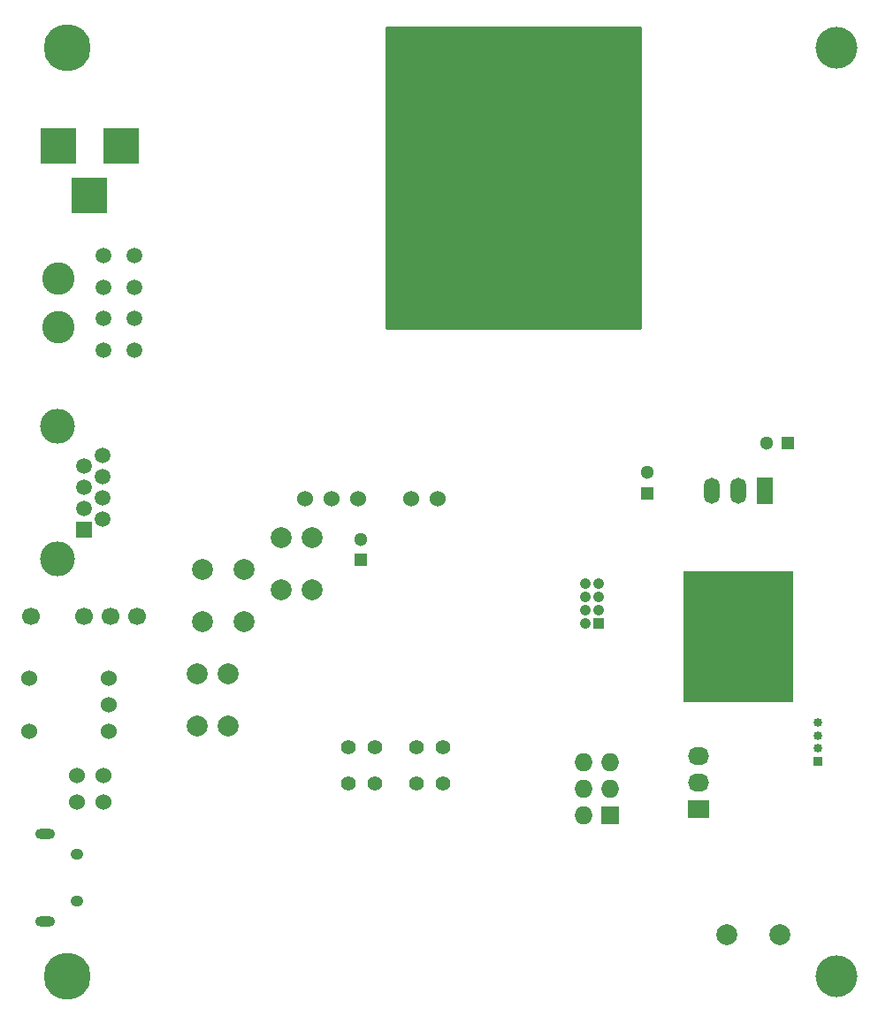
<source format=gbs>
G04 #@! TF.FileFunction,Soldermask,Bot*
%FSLAX46Y46*%
G04 Gerber Fmt 4.6, Leading zero omitted, Abs format (unit mm)*
G04 Created by KiCad (PCBNEW 4.0.4-stable) date 11/30/16 20:12:39*
%MOMM*%
%LPD*%
G01*
G04 APERTURE LIST*
%ADD10C,0.150000*%
%ADD11R,1.300000X1.300000*%
%ADD12C,1.300000*%
%ADD13R,3.500120X3.500120*%
%ADD14C,1.524000*%
%ADD15R,1.727200X1.727200*%
%ADD16O,1.727200X1.727200*%
%ADD17O,1.900000X1.000000*%
%ADD18O,1.250000X1.050000*%
%ADD19R,10.500000X12.500000*%
%ADD20O,1.501140X2.499360*%
%ADD21R,1.501140X2.499360*%
%ADD22C,5.080000*%
%ADD23R,0.850000X0.850000*%
%ADD24C,0.850000*%
%ADD25R,2.032000X1.727200*%
%ADD26O,2.032000X1.727200*%
%ADD27C,1.998980*%
%ADD28C,3.100000*%
%ADD29C,1.500000*%
%ADD30C,1.400000*%
%ADD31C,4.500000*%
%ADD32C,3.330000*%
%ADD33R,1.500000X1.500000*%
%ADD34C,4.000000*%
%ADD35R,1.050000X1.050000*%
%ADD36C,1.050000*%
%ADD37C,1.700000*%
%ADD38C,0.254000*%
G04 APERTURE END LIST*
D10*
D11*
X224090000Y-83230000D03*
D12*
X224090000Y-81230000D03*
D13*
X173700140Y-50000000D03*
X167700660Y-50000000D03*
X170700400Y-54699000D03*
D14*
X204000000Y-83730000D03*
X201460000Y-83730000D03*
X196380000Y-83730000D03*
X193840000Y-83730000D03*
X191300000Y-83730000D03*
X169440000Y-110280000D03*
X169440000Y-112820000D03*
X171980000Y-110280000D03*
X171980000Y-112820000D03*
D15*
X220540000Y-114040000D03*
D16*
X218000000Y-114040000D03*
X220540000Y-111500000D03*
X218000000Y-111500000D03*
X220540000Y-108960000D03*
X218000000Y-108960000D03*
D17*
X166450000Y-115825000D03*
X166450000Y-124175000D03*
D18*
X169450000Y-117775000D03*
X169450000Y-122225000D03*
D19*
X232800000Y-96964000D03*
D20*
X232800000Y-83000000D03*
D21*
X235340000Y-83000000D03*
D20*
X230260000Y-83000000D03*
D22*
X232800000Y-99750000D03*
D14*
X164880000Y-100960000D03*
X164880000Y-106040000D03*
X172500000Y-106040000D03*
X172500000Y-103500000D03*
X172500000Y-100960000D03*
D23*
X240400000Y-108900000D03*
D24*
X240400000Y-107650000D03*
X240400000Y-106400000D03*
X240400000Y-105150000D03*
D25*
X229000000Y-113500000D03*
D26*
X229000000Y-110960000D03*
X229000000Y-108420000D03*
D27*
X181000000Y-105499360D03*
X181000000Y-100498100D03*
X189000000Y-92499360D03*
X189000000Y-87498100D03*
X184000000Y-100500640D03*
X184000000Y-105501900D03*
X192000000Y-92499360D03*
X192000000Y-87498100D03*
X185500000Y-90500640D03*
X185500000Y-95501900D03*
X181500000Y-90500640D03*
X181500000Y-95501900D03*
D28*
X167680000Y-67340000D03*
D29*
X175000000Y-69500000D03*
X172000000Y-69500000D03*
X172000000Y-66500000D03*
X175000000Y-66500000D03*
X175000000Y-63500000D03*
X172000000Y-63500000D03*
X175000000Y-60500000D03*
X172000000Y-60500000D03*
D28*
X167680000Y-62660000D03*
D30*
X195500000Y-111000000D03*
X198040000Y-111000000D03*
X195500000Y-107500000D03*
X198040000Y-107500000D03*
X202000000Y-107500000D03*
X204540000Y-107500000D03*
X202000000Y-111000000D03*
X204540000Y-111000000D03*
D31*
X168570000Y-129450000D03*
X168570000Y-40550000D03*
D32*
X167600000Y-89480000D03*
X167600000Y-76780000D03*
D33*
X170140000Y-86710000D03*
D29*
X171920000Y-85690000D03*
X170140000Y-84670000D03*
X171920000Y-83650000D03*
X170140000Y-82630000D03*
X171920000Y-81610000D03*
X170140000Y-80590000D03*
X171920000Y-79570000D03*
D34*
X242240000Y-129450000D03*
X242240000Y-40550000D03*
D35*
X219400000Y-95700000D03*
D36*
X219400000Y-94430000D03*
X219400000Y-93160000D03*
X219400000Y-91890000D03*
X218130000Y-94430000D03*
X218130000Y-93160000D03*
X218130000Y-91890000D03*
X218130000Y-95700000D03*
D11*
X237550000Y-78450000D03*
D12*
X235550000Y-78450000D03*
D11*
X196700000Y-89600000D03*
D12*
X196700000Y-87600000D03*
D27*
X236749360Y-125500000D03*
X231748100Y-125500000D03*
D37*
X165100000Y-95000000D03*
X170180000Y-95000000D03*
X172720000Y-95000000D03*
X175260000Y-95000000D03*
D38*
G36*
X223373000Y-67373000D02*
X199127000Y-67373000D01*
X199127000Y-38627000D01*
X223373000Y-38627000D01*
X223373000Y-67373000D01*
X223373000Y-67373000D01*
G37*
X223373000Y-67373000D02*
X199127000Y-67373000D01*
X199127000Y-38627000D01*
X223373000Y-38627000D01*
X223373000Y-67373000D01*
M02*

</source>
